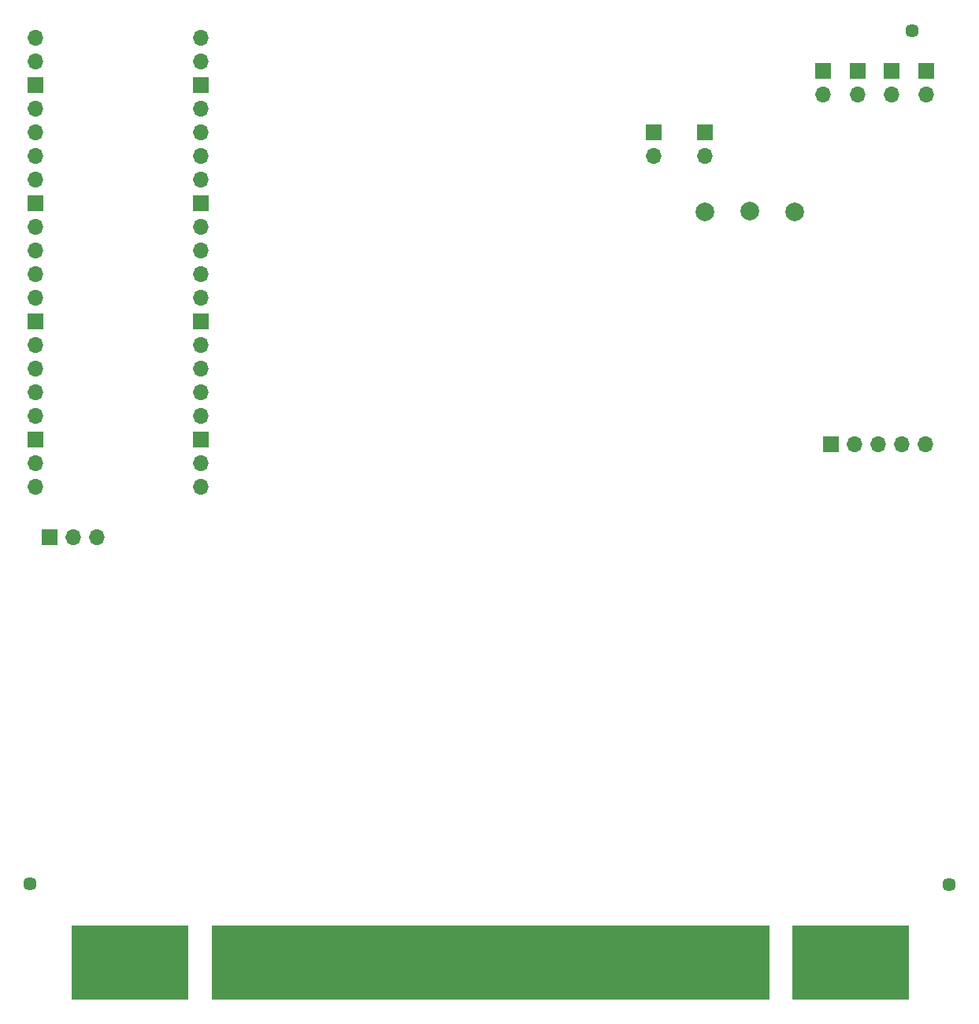
<source format=gbs>
G04 #@! TF.GenerationSoftware,KiCad,Pcbnew,(6.0.6)*
G04 #@! TF.CreationDate,2022-08-20T09:17:17-05:00*
G04 #@! TF.ProjectId,v1,76312e6b-6963-4616-945f-706362585858,v1*
G04 #@! TF.SameCoordinates,Original*
G04 #@! TF.FileFunction,Soldermask,Bot*
G04 #@! TF.FilePolarity,Negative*
%FSLAX46Y46*%
G04 Gerber Fmt 4.6, Leading zero omitted, Abs format (unit mm)*
G04 Created by KiCad (PCBNEW (6.0.6)) date 2022-08-20 09:17:17*
%MOMM*%
%LPD*%
G01*
G04 APERTURE LIST*
%ADD10O,1.700000X1.700000*%
%ADD11R,1.700000X1.700000*%
%ADD12C,2.000000*%
%ADD13R,12.499340X8.001000*%
%ADD14C,1.448000*%
%ADD15R,59.999880X8.001000*%
G04 APERTURE END LIST*
D10*
X88250000Y-30460000D03*
X88250000Y-33000000D03*
D11*
X88250000Y-35540000D03*
D10*
X88250000Y-38080000D03*
X88250000Y-40620000D03*
X88250000Y-43160000D03*
X88250000Y-45700000D03*
D11*
X88250000Y-48240000D03*
D10*
X88250000Y-50780000D03*
X88250000Y-53320000D03*
X88250000Y-55860000D03*
X88250000Y-58400000D03*
D11*
X88250000Y-60940000D03*
D10*
X88250000Y-63480000D03*
X88250000Y-66020000D03*
X88250000Y-68560000D03*
X88250000Y-71100000D03*
D11*
X88250000Y-73640000D03*
D10*
X88250000Y-76180000D03*
X88250000Y-78720000D03*
X106030000Y-78720000D03*
X106030000Y-76180000D03*
D11*
X106030000Y-73640000D03*
D10*
X106030000Y-71100000D03*
X106030000Y-68560000D03*
X106030000Y-66020000D03*
X106030000Y-63480000D03*
D11*
X106030000Y-60940000D03*
D10*
X106030000Y-58400000D03*
X106030000Y-55860000D03*
X106030000Y-53320000D03*
X106030000Y-50780000D03*
D11*
X106030000Y-48240000D03*
D10*
X106030000Y-45700000D03*
X106030000Y-43160000D03*
X106030000Y-40620000D03*
X106030000Y-38080000D03*
D11*
X106030000Y-35540000D03*
D10*
X106030000Y-33000000D03*
X106030000Y-30460000D03*
D11*
X176625000Y-34000000D03*
D10*
X176625000Y-36540000D03*
D11*
X173830000Y-74140000D03*
D10*
X176370000Y-74140000D03*
X178910000Y-74140000D03*
X181450000Y-74140000D03*
X183990000Y-74140000D03*
D11*
X172930000Y-34000000D03*
D10*
X172930000Y-36540000D03*
D12*
X169880000Y-49200000D03*
X160220000Y-49200000D03*
D11*
X154760000Y-40610000D03*
D10*
X154760000Y-43150000D03*
D11*
X184000000Y-34000000D03*
D10*
X184000000Y-36540000D03*
D11*
X180320000Y-34000000D03*
D10*
X180320000Y-36540000D03*
D13*
X175925100Y-129850000D03*
D14*
X186501660Y-121457840D03*
X182513860Y-29738440D03*
D13*
X98424620Y-129850000D03*
D15*
X137174860Y-129850000D03*
D14*
X87695660Y-121432440D03*
D12*
X165050000Y-49070000D03*
D11*
X160220000Y-40610000D03*
D10*
X160220000Y-43150000D03*
D11*
X89795000Y-84140000D03*
D10*
X92335000Y-84140000D03*
X94875000Y-84140000D03*
M02*

</source>
